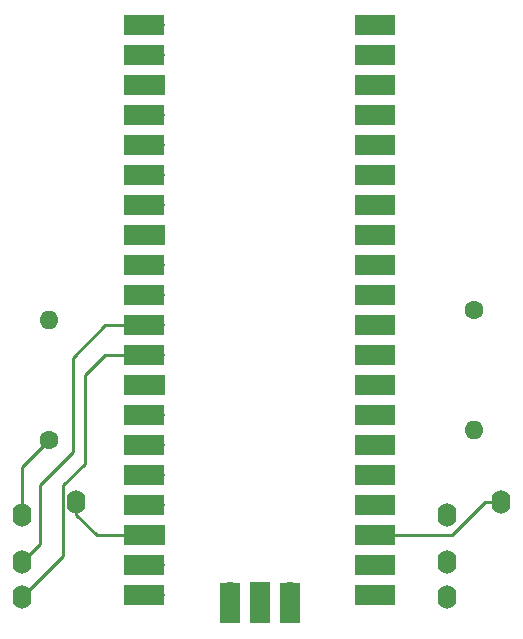
<source format=gbr>
%TF.GenerationSoftware,KiCad,Pcbnew,(6.0.4)*%
%TF.CreationDate,2022-11-15T21:46:54+00:00*%
%TF.ProjectId,pcb_host,7063625f-686f-4737-942e-6b696361645f,rev?*%
%TF.SameCoordinates,Original*%
%TF.FileFunction,Copper,L1,Top*%
%TF.FilePolarity,Positive*%
%FSLAX46Y46*%
G04 Gerber Fmt 4.6, Leading zero omitted, Abs format (unit mm)*
G04 Created by KiCad (PCBNEW (6.0.4)) date 2022-11-15 21:46:54*
%MOMM*%
%LPD*%
G01*
G04 APERTURE LIST*
%TA.AperFunction,ComponentPad*%
%ADD10C,1.600000*%
%TD*%
%TA.AperFunction,ComponentPad*%
%ADD11O,1.600000X1.600000*%
%TD*%
%TA.AperFunction,ComponentPad*%
%ADD12O,1.700000X1.700000*%
%TD*%
%TA.AperFunction,SMDPad,CuDef*%
%ADD13R,3.500000X1.700000*%
%TD*%
%TA.AperFunction,ComponentPad*%
%ADD14R,1.700000X1.700000*%
%TD*%
%TA.AperFunction,SMDPad,CuDef*%
%ADD15R,1.700000X3.500000*%
%TD*%
%TA.AperFunction,ComponentPad*%
%ADD16O,1.000000X1.400000*%
%TD*%
%TA.AperFunction,ComponentPad*%
%ADD17O,1.600000X2.000000*%
%TD*%
%TA.AperFunction,Conductor*%
%ADD18C,0.250000*%
%TD*%
G04 APERTURE END LIST*
D10*
%TO.P,R1,1*%
%TO.N,Net-(J2-PadT)*%
X88000000Y-110000000D03*
D11*
%TO.P,R1,2*%
%TO.N,SCL*%
X88000000Y-99840000D03*
%TD*%
D10*
%TO.P,R2,1*%
%TO.N,Net-(J2-PadT)*%
X124000000Y-99000000D03*
D11*
%TO.P,R2,2*%
%TO.N,SDA*%
X124000000Y-109160000D03*
%TD*%
D12*
%TO.P,U1,1,GPIO0*%
%TO.N,unconnected-(U1-Pad1)*%
X96945000Y-74855000D03*
D13*
X96045000Y-74855000D03*
%TO.P,U1,2,GPIO1*%
%TO.N,unconnected-(U1-Pad2)*%
X96045000Y-77395000D03*
D12*
X96945000Y-77395000D03*
D14*
%TO.P,U1,3,GND*%
%TO.N,unconnected-(U1-Pad3)*%
X96945000Y-79935000D03*
D13*
X96045000Y-79935000D03*
%TO.P,U1,4,GPIO2*%
%TO.N,unconnected-(U1-Pad4)*%
X96045000Y-82475000D03*
D12*
X96945000Y-82475000D03*
%TO.P,U1,5,GPIO3*%
%TO.N,unconnected-(U1-Pad5)*%
X96945000Y-85015000D03*
D13*
X96045000Y-85015000D03*
%TO.P,U1,6,GPIO4*%
%TO.N,unconnected-(U1-Pad6)*%
X96045000Y-87555000D03*
D12*
X96945000Y-87555000D03*
D13*
%TO.P,U1,7,GPIO5*%
%TO.N,unconnected-(U1-Pad7)*%
X96045000Y-90095000D03*
D12*
X96945000Y-90095000D03*
D13*
%TO.P,U1,8,GND*%
%TO.N,unconnected-(U1-Pad8)*%
X96045000Y-92635000D03*
D14*
X96945000Y-92635000D03*
D12*
%TO.P,U1,9,GPIO6*%
%TO.N,unconnected-(U1-Pad9)*%
X96945000Y-95175000D03*
D13*
X96045000Y-95175000D03*
%TO.P,U1,10,GPIO7*%
%TO.N,unconnected-(U1-Pad10)*%
X96045000Y-97715000D03*
D12*
X96945000Y-97715000D03*
%TO.P,U1,11,GPIO8*%
%TO.N,SDA*%
X96945000Y-100255000D03*
D13*
X96045000Y-100255000D03*
D12*
%TO.P,U1,12,GPIO9*%
%TO.N,SCL*%
X96945000Y-102795000D03*
D13*
X96045000Y-102795000D03*
%TO.P,U1,13,GND*%
%TO.N,unconnected-(U1-Pad13)*%
X96045000Y-105335000D03*
D14*
X96945000Y-105335000D03*
D13*
%TO.P,U1,14,GPIO10*%
%TO.N,unconnected-(U1-Pad14)*%
X96045000Y-107875000D03*
D12*
X96945000Y-107875000D03*
D13*
%TO.P,U1,15,GPIO11*%
%TO.N,unconnected-(U1-Pad15)*%
X96045000Y-110415000D03*
D12*
X96945000Y-110415000D03*
%TO.P,U1,16,GPIO12*%
%TO.N,unconnected-(U1-Pad16)*%
X96945000Y-112955000D03*
D13*
X96045000Y-112955000D03*
D12*
%TO.P,U1,17,GPIO13*%
%TO.N,unconnected-(U1-Pad17)*%
X96945000Y-115495000D03*
D13*
X96045000Y-115495000D03*
%TO.P,U1,18,GND*%
%TO.N,Net-(U1-Pad18)*%
X96045000Y-118035000D03*
D14*
X96945000Y-118035000D03*
D13*
%TO.P,U1,19,GPIO14*%
%TO.N,unconnected-(U1-Pad19)*%
X96045000Y-120575000D03*
D12*
X96945000Y-120575000D03*
%TO.P,U1,20,GPIO15*%
%TO.N,unconnected-(U1-Pad20)*%
X96945000Y-123115000D03*
D13*
X96045000Y-123115000D03*
D12*
%TO.P,U1,21,GPIO16*%
%TO.N,unconnected-(U1-Pad21)*%
X114725000Y-123115000D03*
D13*
X115625000Y-123115000D03*
D12*
%TO.P,U1,22,GPIO17*%
%TO.N,unconnected-(U1-Pad22)*%
X114725000Y-120575000D03*
D13*
X115625000Y-120575000D03*
%TO.P,U1,23,GND*%
%TO.N,Net-(J2-PadS)*%
X115625000Y-118035000D03*
D14*
X114725000Y-118035000D03*
D13*
%TO.P,U1,24,GPIO18*%
%TO.N,unconnected-(U1-Pad24)*%
X115625000Y-115495000D03*
D12*
X114725000Y-115495000D03*
D13*
%TO.P,U1,25,GPIO19*%
%TO.N,unconnected-(U1-Pad25)*%
X115625000Y-112955000D03*
D12*
X114725000Y-112955000D03*
D13*
%TO.P,U1,26,GPIO20*%
%TO.N,unconnected-(U1-Pad26)*%
X115625000Y-110415000D03*
D12*
X114725000Y-110415000D03*
D13*
%TO.P,U1,27,GPIO21*%
%TO.N,unconnected-(U1-Pad27)*%
X115625000Y-107875000D03*
D12*
X114725000Y-107875000D03*
D14*
%TO.P,U1,28,GND*%
%TO.N,unconnected-(U1-Pad28)*%
X114725000Y-105335000D03*
D13*
X115625000Y-105335000D03*
D12*
%TO.P,U1,29,GPIO22*%
%TO.N,unconnected-(U1-Pad29)*%
X114725000Y-102795000D03*
D13*
X115625000Y-102795000D03*
D12*
%TO.P,U1,30,RUN*%
%TO.N,unconnected-(U1-Pad30)*%
X114725000Y-100255000D03*
D13*
X115625000Y-100255000D03*
%TO.P,U1,31,GPIO26_ADC0*%
%TO.N,unconnected-(U1-Pad31)*%
X115625000Y-97715000D03*
D12*
X114725000Y-97715000D03*
%TO.P,U1,32,GPIO27_ADC1*%
%TO.N,unconnected-(U1-Pad32)*%
X114725000Y-95175000D03*
D13*
X115625000Y-95175000D03*
%TO.P,U1,33,AGND*%
%TO.N,unconnected-(U1-Pad33)*%
X115625000Y-92635000D03*
D14*
X114725000Y-92635000D03*
D12*
%TO.P,U1,34,GPIO28_ADC2*%
%TO.N,unconnected-(U1-Pad34)*%
X114725000Y-90095000D03*
D13*
X115625000Y-90095000D03*
D12*
%TO.P,U1,35,ADC_VREF*%
%TO.N,unconnected-(U1-Pad35)*%
X114725000Y-87555000D03*
D13*
X115625000Y-87555000D03*
%TO.P,U1,36,3V3*%
%TO.N,Net-(J2-PadT)*%
X115625000Y-85015000D03*
D12*
X114725000Y-85015000D03*
%TO.P,U1,37,3V3_EN*%
%TO.N,unconnected-(U1-Pad37)*%
X114725000Y-82475000D03*
D13*
X115625000Y-82475000D03*
D14*
%TO.P,U1,38,GND*%
%TO.N,unconnected-(U1-Pad38)*%
X114725000Y-79935000D03*
D13*
X115625000Y-79935000D03*
D12*
%TO.P,U1,39,VSYS*%
%TO.N,unconnected-(U1-Pad39)*%
X114725000Y-77395000D03*
D13*
X115625000Y-77395000D03*
%TO.P,U1,40,VBUS*%
%TO.N,unconnected-(U1-Pad40)*%
X115625000Y-74855000D03*
D12*
X114725000Y-74855000D03*
%TO.P,U1,41,SWCLK*%
%TO.N,unconnected-(U1-Pad41)*%
X103295000Y-122885000D03*
D15*
X103295000Y-123785000D03*
%TO.P,U1,42,GND*%
%TO.N,unconnected-(U1-Pad42)*%
X105835000Y-123785000D03*
D14*
X105835000Y-122885000D03*
D12*
%TO.P,U1,43,SWDIO*%
%TO.N,unconnected-(U1-Pad43)*%
X108375000Y-122885000D03*
D15*
X108375000Y-123785000D03*
%TD*%
D16*
%TO.P,J2,R1*%
%TO.N,SDA*%
X121700000Y-120300000D03*
D17*
X121700000Y-120300000D03*
D16*
%TO.P,J2,R2*%
%TO.N,SCL*%
X121700000Y-123300000D03*
D17*
X121700000Y-123300000D03*
D16*
%TO.P,J2,S*%
%TO.N,Net-(J2-PadS)*%
X126300000Y-115200000D03*
D17*
X126300000Y-115200000D03*
D16*
%TO.P,J2,T*%
%TO.N,Net-(J2-PadT)*%
X121700000Y-116300000D03*
D17*
X121700000Y-116300000D03*
%TD*%
D16*
%TO.P,J1,R1*%
%TO.N,SDA*%
X85700000Y-120300000D03*
D17*
X85700000Y-120300000D03*
D16*
%TO.P,J1,R2*%
%TO.N,SCL*%
X85700000Y-123300000D03*
D17*
X85700000Y-123300000D03*
%TO.P,J1,S*%
%TO.N,Net-(U1-Pad18)*%
X90300000Y-115200000D03*
D16*
X90300000Y-115200000D03*
%TO.P,J1,T*%
%TO.N,Net-(J2-PadT)*%
X85700000Y-116300000D03*
D17*
X85700000Y-116300000D03*
%TD*%
D18*
%TO.N,SDA*%
X90000000Y-111000000D02*
X87225479Y-113774521D01*
X90000000Y-103000000D02*
X90000000Y-111000000D01*
X92745000Y-100255000D02*
X90000000Y-103000000D01*
X87225479Y-113774521D02*
X87225479Y-118774521D01*
X87225479Y-118774521D02*
X85700000Y-120300000D01*
X96945000Y-100255000D02*
X92745000Y-100255000D01*
%TO.N,SCL*%
X91000000Y-112000000D02*
X89175480Y-113824520D01*
X89175480Y-119824520D02*
X85700000Y-123300000D01*
X91000000Y-104500000D02*
X91000000Y-112000000D01*
X96945000Y-102795000D02*
X92705000Y-102795000D01*
X92705000Y-102795000D02*
X91000000Y-104500000D01*
X89175480Y-113824520D02*
X89175480Y-119824520D01*
%TO.N,Net-(U1-Pad18)*%
X90300000Y-116300000D02*
X92035000Y-118035000D01*
X92035000Y-118035000D02*
X96945000Y-118035000D01*
X90300000Y-115200000D02*
X90300000Y-116300000D01*
%TO.N,Net-(J2-PadT)*%
X85700000Y-116300000D02*
X85700000Y-112300000D01*
X85700000Y-112300000D02*
X88000000Y-110000000D01*
%TO.N,Net-(J2-PadS)*%
X114725000Y-118035000D02*
X122110156Y-118035000D01*
X122110156Y-118035000D02*
X124945156Y-115200000D01*
X124945156Y-115200000D02*
X126300000Y-115200000D01*
%TD*%
M02*

</source>
